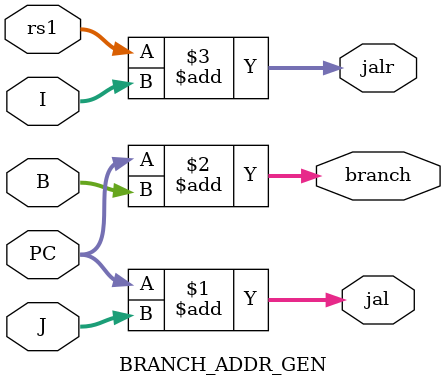
<source format=sv>
`timescale 1ns / 1ps

module BRANCH_ADDR_GEN(
    input [31:0] PC,
    input [31:0] B, I, J,
    input [31:0] rs1,
    output [31:0] jal, branch, jalr
);
    
    assign jal = PC + J;
    assign branch = PC + B;
    assign jalr = rs1 + I;
endmodule
</source>
